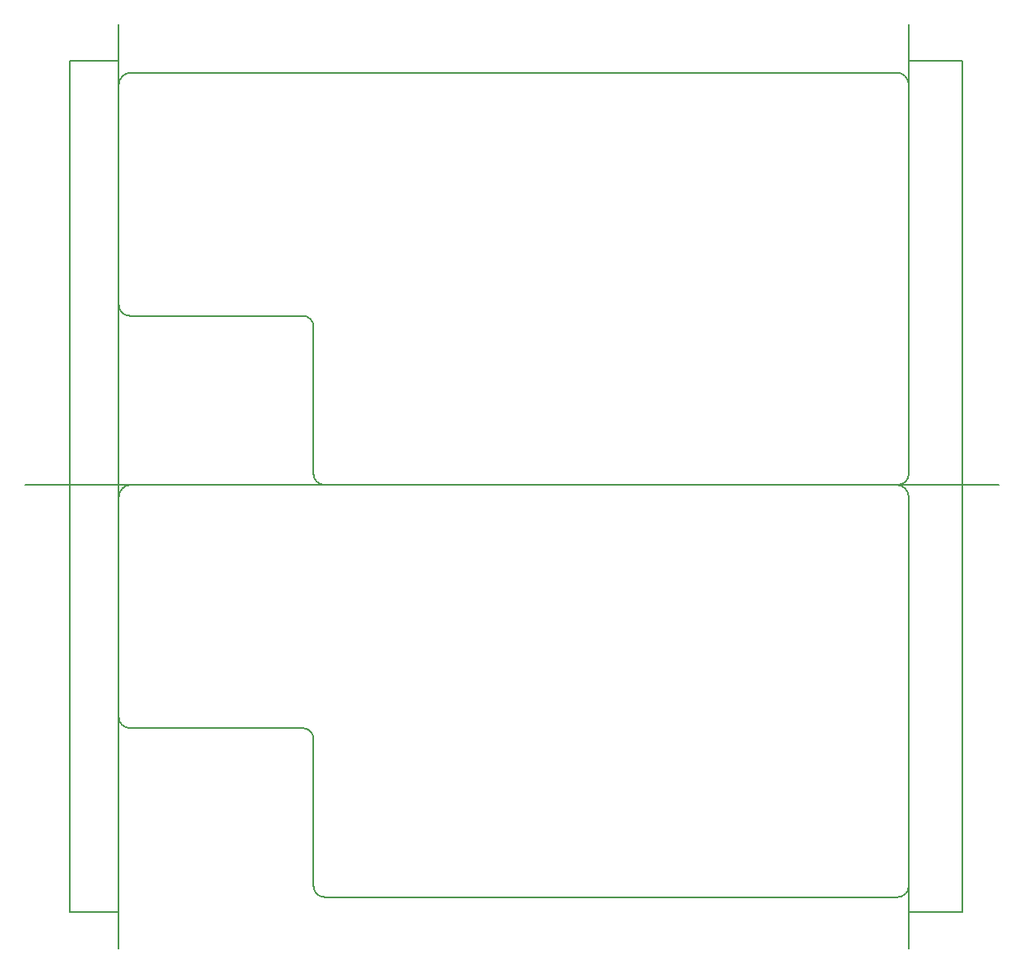
<source format=gbr>
G04 #@! TF.FileFunction,Profile,NP*
%FSLAX46Y46*%
G04 Gerber Fmt 4.6, Leading zero omitted, Abs format (unit mm)*
G04 Created by KiCad (PCBNEW 4.0.4-stable) date 07/28/17 15:05:57*
%MOMM*%
%LPD*%
G01*
G04 APERTURE LIST*
%ADD10C,0.100000*%
%ADD11C,0.150000*%
G04 APERTURE END LIST*
D10*
D11*
X176530000Y-31750000D02*
X170942000Y-31750000D01*
X176530000Y-120650000D02*
X176530000Y-31750000D01*
X170942000Y-120650000D02*
X176530000Y-120650000D01*
X88519000Y-120650000D02*
X83439000Y-120650000D01*
X83439000Y-31750000D02*
X83439000Y-120650000D01*
X88519000Y-31750000D02*
X83439000Y-31750000D01*
X170942000Y-77343000D02*
X170942000Y-124460000D01*
X170942000Y-77343000D02*
G75*
G03X169672000Y-76073000I-1270000J0D01*
G01*
X169799000Y-76073000D02*
G75*
G03X170942000Y-74930000I0J1143000D01*
G01*
X88519000Y-100330000D02*
G75*
G03X89662000Y-101473000I1143000J0D01*
G01*
X107696000Y-101473000D02*
X89662000Y-101473000D01*
X108839000Y-102616000D02*
G75*
G03X107696000Y-101473000I-1143000J0D01*
G01*
X108839000Y-117983000D02*
X108839000Y-102616000D01*
X108839000Y-117983000D02*
G75*
G03X109982000Y-119126000I1143000J0D01*
G01*
X89789000Y-76073000D02*
G75*
G03X88519000Y-77343000I0J-1270000D01*
G01*
X169799000Y-119126000D02*
X109982000Y-119126000D01*
X169799000Y-119126000D02*
G75*
G03X170942000Y-117983000I0J1143000D01*
G01*
X89789000Y-33020000D02*
G75*
G03X88519000Y-34290000I0J-1270000D01*
G01*
X88519000Y-124460000D02*
X88519000Y-27940000D01*
X88519000Y-57277000D02*
G75*
G03X89662000Y-58420000I1143000J0D01*
G01*
X107696000Y-58420000D02*
X89662000Y-58420000D01*
X108839000Y-59563000D02*
G75*
G03X107696000Y-58420000I-1143000J0D01*
G01*
X108839000Y-74930000D02*
X108839000Y-59563000D01*
X108839000Y-74930000D02*
G75*
G03X109982000Y-76073000I1143000J0D01*
G01*
X180340000Y-76073000D02*
X78740000Y-76073000D01*
X170942000Y-27940000D02*
X170942000Y-74930000D01*
X170942000Y-34290000D02*
G75*
G03X169672000Y-33020000I-1270000J0D01*
G01*
X89789000Y-33020000D02*
X169672000Y-33020000D01*
M02*

</source>
